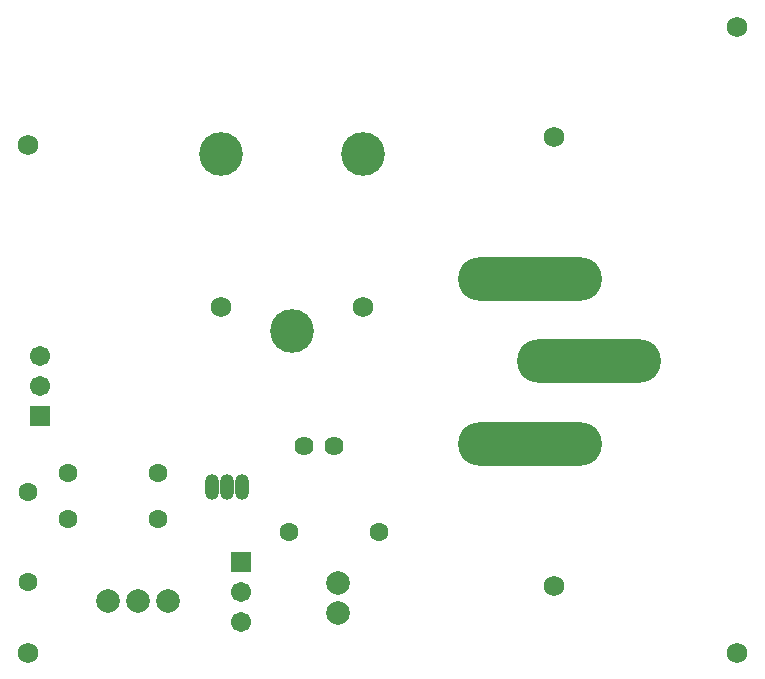
<source format=gbr>
%TF.GenerationSoftware,Altium Limited,Altium Designer,21.8.1 (53)*%
G04 Layer_Color=16711935*
%FSLAX43Y43*%
%MOMM*%
%TF.SameCoordinates,5F523219-7FD1-4E24-926C-018E4D8E6641*%
%TF.FilePolarity,Negative*%
%TF.FileFunction,Soldermask,Bot*%
%TF.Part,Single*%
G01*
G75*
%TA.AperFunction,ComponentPad*%
%ADD25O,1.203X2.203*%
%ADD26O,1.203X2.203*%
%ADD27C,3.703*%
%ADD28C,1.727*%
%ADD29O,12.203X3.703*%
%ADD30C,1.603*%
%ADD31C,1.619*%
%ADD32R,1.703X1.703*%
%ADD33C,1.703*%
%TA.AperFunction,ViaPad*%
%ADD34C,1.727*%
%TA.AperFunction,ComponentPad*%
%ADD35C,2.003*%
D25*
X19526Y17986D02*
D03*
X20796D02*
D03*
D26*
X22066D02*
D03*
D27*
X32289Y46242D02*
D03*
X20289D02*
D03*
X26289Y31242D02*
D03*
D28*
X20289Y33242D02*
D03*
X32289D02*
D03*
X48482Y9670D02*
D03*
Y47670D02*
D03*
D29*
X46482Y35670D02*
D03*
Y21670D02*
D03*
X51482Y28670D02*
D03*
D30*
X4000Y9990D02*
D03*
Y17610D02*
D03*
X14986Y15311D02*
D03*
X7366D02*
D03*
Y19177D02*
D03*
X14986D02*
D03*
X26035Y14224D02*
D03*
X33655D02*
D03*
D31*
X27305Y21463D02*
D03*
X29845D02*
D03*
D32*
X4953Y24003D02*
D03*
X22000Y11657D02*
D03*
D33*
X4953Y26543D02*
D03*
Y29083D02*
D03*
X22000Y9117D02*
D03*
Y6577D02*
D03*
D34*
X64000Y57000D02*
D03*
Y4000D02*
D03*
X4000Y47000D02*
D03*
Y4000D02*
D03*
D35*
X30194Y9874D02*
D03*
Y7334D02*
D03*
X15843Y8334D02*
D03*
X13303D02*
D03*
X10763D02*
D03*
%TF.MD5,80daa13b16730a7f2da6935940bd9145*%
M02*

</source>
